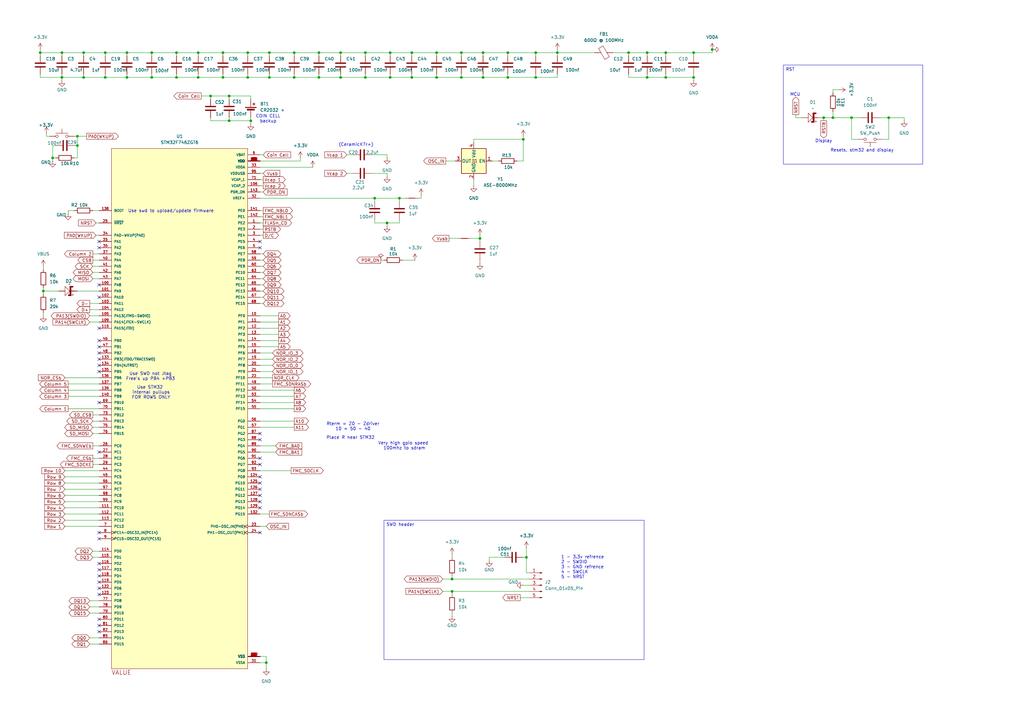
<source format=kicad_sch>
(kicad_sch (version 20250114) (generator "eeschema") (generator_version "9.0")
  (paper "A3")
  (text "Use SWD not Jtag\nFree's up PB4 +PB3" (at 61.722 154.432 0) (effects (font (size 1.27 1.27))))
  (text "Use swd to upload/update firmware" (at 70.104 86.614 0) (effects (font (size 1.27 1.27))))
  (text "Display" (at 337.82 57.912 0) (effects (font (size 1.27 1.27))))
  (text "Very high gpio speed \n100mhz to sdram" (at 165.862 182.88 0) (effects (font (size 1.27 1.27))))
  (text "MCU" (at 326.136 38.862 0) (effects (font (size 1.27 1.27))))
  (text "Resets, stm32 and display" (at 353.568 61.722 0) (effects (font (size 1.27 1.27))))
  (text "Rterm = Z0 - Zdriver\n10 = 50 - 40" (at 144.78 175.006 0) (effects (font (size 1.27 1.27))))
  (text "(CeramicX7r+)" (at 146.05 59.436 0) (effects (font (size 1.27 1.27))))
  (text "1 - 3.3v refrence\n2 - SWDIO\n3 - GND refrence\n4 - SWCLK\n5 - NRST" (at 230.124 232.664 0) (effects (font (size 1.27 1.27)) (justify left)))
  (text "Place R near STM32" (at 143.764 179.578 0) (effects (font (size 1.27 1.27))))
  (text "COIN CELL\nbackup" (at 109.982 48.768 0) (effects (font (size 1.27 1.27))))
  (text "Use STM32 \ninternal pullups\nFOR ROWS ONLY\n" (at 61.976 161.036 0) (effects (font (size 1.27 1.27))))
  (text_box "RST" (at 321.31 26.67 0) (size 57.15 40.64) (margins 0.9525 0.9525 0.9525 0.9525) (effects (font (size 1.27 1.27)) (justify left top)))
  (text_box "SWD header" (at 157.48 213.36 0) (size 106.68 57.15) (margins 0.9525 0.9525 0.9525 0.9525) (effects (font (size 1.27 1.27)) (justify left top)))
  (junction (at 149.86 21.59))
  (junction (at 139.7 21.59))
  (junction (at 163.83 81.28))
  (junction (at 139.7 31.75))
  (junction (at 185.42 237.49))
  (junction (at 337.82 48.26))
  (junction (at 168.91 21.59))
  (junction (at 34.29 21.59))
  (junction (at 149.86 31.75))
  (junction (at 81.28 31.75))
  (junction (at 72.39 31.75))
  (junction (at 81.28 21.59))
  (junction (at 120.65 21.59))
  (junction (at 265.43 31.75))
  (junction (at 130.81 21.59))
  (junction (at 16.51 21.59))
  (junction (at 93.98 49.53))
  (junction (at 120.65 31.75))
  (junction (at 219.71 21.59))
  (junction (at 101.6 21.59))
  (junction (at 25.4 21.59))
  (junction (at 214.63 57.15))
  (junction (at 93.98 39.37))
  (junction (at 284.48 31.75))
  (junction (at 349.25 48.26))
  (junction (at 101.6 31.75))
  (junction (at 265.43 21.59))
  (junction (at 34.29 31.75))
  (junction (at 208.28 31.75))
  (junction (at 198.12 31.75))
  (junction (at 109.22 271.78))
  (junction (at 86.36 39.37))
  (junction (at 273.05 31.75))
  (junction (at 160.02 21.59))
  (junction (at 25.4 31.75))
  (junction (at 31.75 55.88))
  (junction (at 72.39 21.59))
  (junction (at 158.75 91.44))
  (junction (at 189.23 21.59))
  (junction (at 215.9 228.6))
  (junction (at 102.87 49.53))
  (junction (at 189.23 31.75))
  (junction (at 198.12 21.59))
  (junction (at 341.63 48.26))
  (junction (at 52.07 31.75))
  (junction (at 52.07 21.59))
  (junction (at 292.1 20.32))
  (junction (at 31.75 59.69))
  (junction (at 168.91 31.75))
  (junction (at 91.44 21.59))
  (junction (at 62.23 31.75))
  (junction (at 185.42 242.57))
  (junction (at 110.49 31.75))
  (junction (at 160.02 31.75))
  (junction (at 208.28 21.59))
  (junction (at 62.23 21.59))
  (junction (at 110.49 21.59))
  (junction (at 273.05 21.59))
  (junction (at 43.18 21.59))
  (junction (at 284.48 21.59))
  (junction (at 219.71 31.75))
  (junction (at 17.78 119.38))
  (junction (at 43.18 31.75))
  (junction (at 364.49 48.26))
  (junction (at 21.59 64.77))
  (junction (at 228.6 21.59))
  (junction (at 179.07 31.75))
  (junction (at 179.07 21.59))
  (junction (at 130.81 31.75))
  (junction (at 196.85 97.79))
  (junction (at 91.44 31.75))
  (junction (at 153.67 81.28))
  (junction (at 257.81 21.59))
  (no_connect (at 40.64 101.6))
  (no_connect (at 40.64 116.84))
  (no_connect (at 40.64 99.06))
  (no_connect (at 40.64 142.24))
  (no_connect (at 106.68 200.66))
  (no_connect (at 40.64 185.42))
  (no_connect (at 106.68 203.2))
  (no_connect (at 40.64 231.14))
  (no_connect (at 40.64 149.86))
  (no_connect (at 40.64 144.78))
  (no_connect (at 106.68 177.8))
  (no_connect (at 106.68 187.96))
  (no_connect (at 106.68 195.58))
  (no_connect (at 106.68 180.34))
  (no_connect (at 40.64 241.3))
  (no_connect (at 40.64 259.08))
  (no_connect (at 40.64 218.44))
  (no_connect (at 106.68 190.5))
  (no_connect (at 40.64 254))
  (no_connect (at 40.64 236.22))
  (no_connect (at 40.64 147.32))
  (no_connect (at 40.64 134.62))
  (no_connect (at 106.68 208.28))
  (no_connect (at 40.64 256.54))
  (no_connect (at 40.64 220.98))
  (no_connect (at 106.68 218.44))
  (no_connect (at 106.68 101.6))
  (no_connect (at 106.68 198.12))
  (no_connect (at 40.64 233.68))
  (no_connect (at 40.64 139.7))
  (no_connect (at 40.64 243.84))
  (no_connect (at 40.64 121.92))
  (no_connect (at 40.64 238.76))
  (no_connect (at 106.68 205.74))
  (no_connect (at 106.68 99.06))
  (no_connect (at 40.64 152.4))
  (no_connect (at 40.64 165.1))
  (wire (pts (xy 22.86 59.69) (xy 21.59 59.69)))
  (wire (pts (xy 139.7 21.59) (xy 149.86 21.59)))
  (wire (pts (xy 149.86 21.59) (xy 149.86 22.86)))
  (wire (pts (xy 36.83 251.46) (xy 40.64 251.46)))
  (wire (pts (xy 109.22 269.24) (xy 109.22 271.78)))
  (wire (pts (xy 179.07 21.59) (xy 189.23 21.59)))
  (wire (pts (xy 214.63 228.6) (xy 215.9 228.6)))
  (wire (pts (xy 130.81 30.48) (xy 130.81 31.75)))
  (wire (pts (xy 326.39 48.26) (xy 328.93 48.26)))
  (wire (pts (xy 341.63 48.26) (xy 349.25 48.26)))
  (wire (pts (xy 106.68 93.98) (xy 107.95 93.98)))
  (wire (pts (xy 158.75 91.44) (xy 158.75 92.71)))
  (wire (pts (xy 62.23 31.75) (xy 72.39 31.75)))
  (wire (pts (xy 16.51 21.59) (xy 16.51 22.86)))
  (wire (pts (xy 17.78 119.38) (xy 17.78 120.65)))
  (wire (pts (xy 142.24 63.5) (xy 144.78 63.5)))
  (wire (pts (xy 265.43 30.48) (xy 265.43 31.75)))
  (wire (pts (xy 91.44 21.59) (xy 101.6 21.59)))
  (wire (pts (xy 106.68 66.04) (xy 123.19 66.04)))
  (wire (pts (xy 17.78 118.11) (xy 17.78 119.38)))
  (wire (pts (xy 34.29 21.59) (xy 43.18 21.59)))
  (wire (pts (xy 106.68 116.84) (xy 107.95 116.84)))
  (wire (pts (xy 25.4 31.75) (xy 25.4 33.02)))
  (wire (pts (xy 181.61 237.49) (xy 185.42 237.49)))
  (wire (pts (xy 273.05 31.75) (xy 273.05 30.48)))
  (wire (pts (xy 72.39 21.59) (xy 81.28 21.59)))
  (wire (pts (xy 189.23 21.59) (xy 198.12 21.59)))
  (wire (pts (xy 106.68 111.76) (xy 107.95 111.76)))
  (wire (pts (xy 91.44 21.59) (xy 91.44 22.86)))
  (wire (pts (xy 25.4 31.75) (xy 34.29 31.75)))
  (wire (pts (xy 337.82 48.26) (xy 337.82 49.53)))
  (wire (pts (xy 106.68 167.64) (xy 120.65 167.64)))
  (wire (pts (xy 102.87 48.26) (xy 102.87 49.53)))
  (wire (pts (xy 106.68 165.1) (xy 120.65 165.1)))
  (wire (pts (xy 101.6 21.59) (xy 101.6 22.86)))
  (wire (pts (xy 179.07 21.59) (xy 179.07 22.86)))
  (wire (pts (xy 81.28 31.75) (xy 91.44 31.75)))
  (wire (pts (xy 106.68 106.68) (xy 107.95 106.68)))
  (wire (pts (xy 38.1 170.18) (xy 40.64 170.18)))
  (wire (pts (xy 185.42 242.57) (xy 185.42 243.84)))
  (wire (pts (xy 106.68 132.08) (xy 114.3 132.08)))
  (wire (pts (xy 189.23 21.59) (xy 189.23 22.86)))
  (wire (pts (xy 185.42 242.57) (xy 217.17 242.57)))
  (wire (pts (xy 257.81 30.48) (xy 257.81 31.75)))
  (wire (pts (xy 106.68 215.9) (xy 109.22 215.9)))
  (wire (pts (xy 273.05 21.59) (xy 284.48 21.59)))
  (wire (pts (xy 16.51 30.48) (xy 16.51 31.75)))
  (wire (pts (xy 142.24 71.12) (xy 144.78 71.12)))
  (wire (pts (xy 139.7 31.75) (xy 149.86 31.75)))
  (wire (pts (xy 38.1 111.76) (xy 40.64 111.76)))
  (wire (pts (xy 31.75 59.69) (xy 31.75 64.77)))
  (wire (pts (xy 26.67 193.04) (xy 40.64 193.04)))
  (wire (pts (xy 273.05 22.86) (xy 273.05 21.59)))
  (wire (pts (xy 106.68 124.46) (xy 107.95 124.46)))
  (wire (pts (xy 153.67 81.28) (xy 153.67 82.55)))
  (wire (pts (xy 228.6 30.48) (xy 228.6 31.75)))
  (wire (pts (xy 364.49 57.15) (xy 364.49 48.26)))
  (wire (pts (xy 149.86 31.75) (xy 160.02 31.75)))
  (wire (pts (xy 200.66 228.6) (xy 207.01 228.6)))
  (wire (pts (xy 106.68 154.94) (xy 111.76 154.94)))
  (wire (pts (xy 156.21 106.68) (xy 157.48 106.68)))
  (wire (pts (xy 198.12 21.59) (xy 198.12 22.86)))
  (wire (pts (xy 16.51 20.32) (xy 16.51 21.59)))
  (wire (pts (xy 153.67 91.44) (xy 158.75 91.44)))
  (wire (pts (xy 106.68 193.04) (xy 119.38 193.04)))
  (wire (pts (xy 194.31 57.15) (xy 214.63 57.15)))
  (wire (pts (xy 38.1 104.14) (xy 40.64 104.14)))
  (wire (pts (xy 101.6 21.59) (xy 110.49 21.59)))
  (wire (pts (xy 163.83 91.44) (xy 158.75 91.44)))
  (wire (pts (xy 38.1 182.88) (xy 40.64 182.88)))
  (wire (pts (xy 196.85 106.68) (xy 196.85 107.95)))
  (wire (pts (xy 38.1 109.22) (xy 40.64 109.22)))
  (wire (pts (xy 168.91 21.59) (xy 168.91 22.86)))
  (wire (pts (xy 17.78 128.27) (xy 17.78 129.54)))
  (wire (pts (xy 160.02 21.59) (xy 160.02 22.86)))
  (wire (pts (xy 19.05 54.61) (xy 19.05 55.88)))
  (wire (pts (xy 38.1 228.6) (xy 40.64 228.6)))
  (wire (pts (xy 81.28 21.59) (xy 81.28 22.86)))
  (wire (pts (xy 208.28 21.59) (xy 208.28 22.86)))
  (wire (pts (xy 26.67 195.58) (xy 40.64 195.58)))
  (wire (pts (xy 38.1 172.72) (xy 40.64 172.72)))
  (wire (pts (xy 158.75 71.12) (xy 152.4 71.12)))
  (wire (pts (xy 106.68 147.32) (xy 111.76 147.32)))
  (wire (pts (xy 26.67 208.28) (xy 40.64 208.28)))
  (wire (pts (xy 52.07 31.75) (xy 62.23 31.75)))
  (wire (pts (xy 189.23 30.48) (xy 189.23 31.75)))
  (wire (pts (xy 106.68 137.16) (xy 114.3 137.16)))
  (wire (pts (xy 106.68 134.62) (xy 114.3 134.62)))
  (wire (pts (xy 106.68 160.02) (xy 120.65 160.02)))
  (wire (pts (xy 110.49 31.75) (xy 120.65 31.75)))
  (wire (pts (xy 120.65 21.59) (xy 120.65 22.86)))
  (wire (pts (xy 344.17 36.83) (xy 341.63 36.83)))
  (wire (pts (xy 26.67 154.94) (xy 40.64 154.94)))
  (wire (pts (xy 43.18 21.59) (xy 43.18 22.86)))
  (wire (pts (xy 17.78 109.22) (xy 17.78 110.49)))
  (wire (pts (xy 158.75 63.5) (xy 152.4 63.5)))
  (wire (pts (xy 40.64 160.02) (xy 27.94 160.02)))
  (wire (pts (xy 194.31 58.42) (xy 194.31 57.15)))
  (wire (pts (xy 86.36 39.37) (xy 86.36 40.64)))
  (wire (pts (xy 40.64 167.64) (xy 27.94 167.64)))
  (wire (pts (xy 62.23 21.59) (xy 72.39 21.59)))
  (wire (pts (xy 130.81 21.59) (xy 139.7 21.59)))
  (wire (pts (xy 172.72 81.28) (xy 172.72 80.01)))
  (wire (pts (xy 26.67 215.9) (xy 40.64 215.9)))
  (wire (pts (xy 106.68 104.14) (xy 107.95 104.14)))
  (wire (pts (xy 213.36 245.11) (xy 217.17 245.11)))
  (wire (pts (xy 81.28 21.59) (xy 91.44 21.59)))
  (wire (pts (xy 43.18 31.75) (xy 52.07 31.75)))
  (wire (pts (xy 185.42 227.33) (xy 185.42 228.6)))
  (wire (pts (xy 62.23 30.48) (xy 62.23 31.75)))
  (wire (pts (xy 106.68 139.7) (xy 114.3 139.7)))
  (wire (pts (xy 214.63 240.03) (xy 217.17 240.03)))
  (wire (pts (xy 106.68 114.3) (xy 107.95 114.3)))
  (wire (pts (xy 120.65 30.48) (xy 120.65 31.75)))
  (wire (pts (xy 27.94 86.36) (xy 30.48 86.36)))
  (wire (pts (xy 185.42 251.46) (xy 185.42 252.73)))
  (wire (pts (xy 257.81 22.86) (xy 257.81 21.59)))
  (wire (pts (xy 106.68 162.56) (xy 120.65 162.56)))
  (wire (pts (xy 36.83 132.08) (xy 40.64 132.08)))
  (wire (pts (xy 194.31 73.66) (xy 194.31 76.2)))
  (wire (pts (xy 106.68 121.92) (xy 107.95 121.92)))
  (wire (pts (xy 25.4 21.59) (xy 34.29 21.59)))
  (wire (pts (xy 168.91 31.75) (xy 179.07 31.75)))
  (wire (pts (xy 179.07 30.48) (xy 179.07 31.75)))
  (wire (pts (xy 106.68 63.5) (xy 107.95 63.5)))
  (wire (pts (xy 36.83 246.38) (xy 40.64 246.38)))
  (wire (pts (xy 181.61 242.57) (xy 185.42 242.57)))
  (wire (pts (xy 106.68 144.78) (xy 111.76 144.78)))
  (wire (pts (xy 158.75 64.77) (xy 158.75 63.5)))
  (wire (pts (xy 265.43 31.75) (xy 273.05 31.75)))
  (wire (pts (xy 106.68 142.24) (xy 114.3 142.24)))
  (wire (pts (xy 106.68 109.22) (xy 107.95 109.22)))
  (wire (pts (xy 149.86 30.48) (xy 149.86 31.75)))
  (wire (pts (xy 26.67 203.2) (xy 40.64 203.2)))
  (wire (pts (xy 284.48 21.59) (xy 292.1 21.59)))
  (wire (pts (xy 106.68 157.48) (xy 111.76 157.48)))
  (wire (pts (xy 52.07 30.48) (xy 52.07 31.75)))
  (wire (pts (xy 120.65 31.75) (xy 130.81 31.75)))
  (wire (pts (xy 72.39 30.48) (xy 72.39 31.75)))
  (wire (pts (xy 212.09 66.04) (xy 214.63 66.04)))
  (wire (pts (xy 219.71 31.75) (xy 208.28 31.75)))
  (wire (pts (xy 106.68 182.88) (xy 113.03 182.88)))
  (wire (pts (xy 40.64 162.56) (xy 27.94 162.56)))
  (wire (pts (xy 101.6 30.48) (xy 101.6 31.75)))
  (wire (pts (xy 185.42 237.49) (xy 217.17 237.49)))
  (wire (pts (xy 36.83 124.46) (xy 40.64 124.46)))
  (wire (pts (xy 62.23 21.59) (xy 62.23 22.86)))
  (wire (pts (xy 21.59 64.77) (xy 22.86 64.77)))
  (wire (pts (xy 106.68 68.58) (xy 128.27 68.58)))
  (wire (pts (xy 27.94 87.63) (xy 27.94 86.36)))
  (wire (pts (xy 265.43 22.86) (xy 265.43 21.59)))
  (wire (pts (xy 243.84 21.59) (xy 228.6 21.59)))
  (wire (pts (xy 284.48 30.48) (xy 284.48 31.75)))
  (wire (pts (xy 31.75 55.88) (xy 31.75 59.69)))
  (wire (pts (xy 16.51 31.75) (xy 25.4 31.75)))
  (wire (pts (xy 40.64 157.48) (xy 27.94 157.48)))
  (wire (pts (xy 86.36 48.26) (xy 86.36 49.53)))
  (wire (pts (xy 43.18 21.59) (xy 52.07 21.59)))
  (wire (pts (xy 17.78 119.38) (xy 24.13 119.38)))
  (wire (pts (xy 284.48 22.86) (xy 284.48 21.59)))
  (wire (pts (xy 34.29 31.75) (xy 43.18 31.75)))
  (wire (pts (xy 153.67 90.17) (xy 153.67 91.44)))
  (wire (pts (xy 219.71 30.48) (xy 219.71 31.75)))
  (wire (pts (xy 341.63 36.83) (xy 341.63 38.1)))
  (wire (pts (xy 106.68 149.86) (xy 111.76 149.86)))
  (wire (pts (xy 160.02 21.59) (xy 168.91 21.59)))
  (wire (pts (xy 139.7 21.59) (xy 139.7 22.86)))
  (wire (pts (xy 106.68 91.44) (xy 107.95 91.44)))
  (wire (pts (xy 38.1 226.06) (xy 40.64 226.06)))
  (wire (pts (xy 182.88 66.04) (xy 186.69 66.04)))
  (wire (pts (xy 72.39 21.59) (xy 72.39 22.86)))
  (wire (pts (xy 208.28 30.48) (xy 208.28 31.75)))
  (wire (pts (xy 106.68 175.26) (xy 120.65 175.26)))
  (wire (pts (xy 106.68 119.38) (xy 107.95 119.38)))
  (wire (pts (xy 106.68 269.24) (xy 109.22 269.24)))
  (wire (pts (xy 26.67 200.66) (xy 40.64 200.66)))
  (wire (pts (xy 106.68 152.4) (xy 111.76 152.4)))
  (wire (pts (xy 36.83 261.62) (xy 40.64 261.62)))
  (wire (pts (xy 179.07 31.75) (xy 189.23 31.75)))
  (wire (pts (xy 219.71 21.59) (xy 219.71 22.86)))
  (wire (pts (xy 25.4 30.48) (xy 25.4 31.75)))
  (wire (pts (xy 106.68 73.66) (xy 107.95 73.66)))
  (wire (pts (xy 106.68 172.72) (xy 120.65 172.72)))
  (wire (pts (xy 21.59 59.69) (xy 21.59 64.77)))
  (wire (pts (xy 168.91 30.48) (xy 168.91 31.75)))
  (wire (pts (xy 163.83 81.28) (xy 163.83 82.55)))
  (wire (pts (xy 106.68 185.42) (xy 113.03 185.42)))
  (wire (pts (xy 43.18 30.48) (xy 43.18 31.75)))
  (wire (pts (xy 123.19 64.77) (xy 123.19 66.04)))
  (wire (pts (xy 364.49 48.26) (xy 360.68 48.26)))
  (wire (pts (xy 349.25 57.15) (xy 349.25 48.26)))
  (wire (pts (xy 336.55 48.26) (xy 337.82 48.26)))
  (wire (pts (xy 160.02 31.75) (xy 168.91 31.75)))
  (wire (pts (xy 31.75 119.38) (xy 40.64 119.38)))
  (wire (pts (xy 31.75 64.77) (xy 30.48 64.77)))
  (wire (pts (xy 168.91 21.59) (xy 179.07 21.59)))
  (wire (pts (xy 163.83 90.17) (xy 163.83 91.44)))
  (wire (pts (xy 52.07 21.59) (xy 62.23 21.59)))
  (wire (pts (xy 198.12 31.75) (xy 208.28 31.75)))
  (wire (pts (xy 106.68 96.52) (xy 107.95 96.52)))
  (wire (pts (xy 337.82 48.26) (xy 341.63 48.26)))
  (wire (pts (xy 351.79 57.15) (xy 349.25 57.15)))
  (wire (pts (xy 110.49 30.48) (xy 110.49 31.75)))
  (wire (pts (xy 34.29 30.48) (xy 34.29 31.75)))
  (wire (pts (xy 106.68 86.36) (xy 107.95 86.36)))
  (wire (pts (xy 149.86 21.59) (xy 160.02 21.59)))
  (wire (pts (xy 16.51 21.59) (xy 25.4 21.59)))
  (wire (pts (xy 130.81 31.75) (xy 139.7 31.75)))
  (wire (pts (xy 110.49 21.59) (xy 120.65 21.59)))
  (wire (pts (xy 196.85 96.52) (xy 196.85 97.79)))
  (wire (pts (xy 106.68 81.28) (xy 153.67 81.28)))
  (wire (pts (xy 26.67 213.36) (xy 40.64 213.36)))
  (wire (pts (xy 26.67 205.74) (xy 40.64 205.74)))
  (wire (pts (xy 214.63 57.15) (xy 214.63 55.88)))
  (wire (pts (xy 326.39 46.99) (xy 326.39 48.26)))
  (wire (pts (xy 228.6 31.75) (xy 219.71 31.75)))
  (wire (pts (xy 25.4 22.86) (xy 25.4 21.59)))
  (wire (pts (xy 201.93 66.04) (xy 204.47 66.04)))
  (wire (pts (xy 185.42 236.22) (xy 185.42 237.49)))
  (wire (pts (xy 38.1 175.26) (xy 40.64 175.26)))
  (wire (pts (xy 196.85 97.79) (xy 196.85 99.06)))
  (wire (pts (xy 36.83 129.54) (xy 40.64 129.54)))
  (wire (pts (xy 341.63 45.72) (xy 341.63 48.26)))
  (wire (pts (xy 170.18 106.68) (xy 165.1 106.68)))
  (wire (pts (xy 109.22 271.78) (xy 106.68 271.78)))
  (wire (pts (xy 38.1 177.8) (xy 40.64 177.8)))
  (wire (pts (xy 93.98 49.53) (xy 102.87 49.53)))
  (wire (pts (xy 86.36 39.37) (xy 82.55 39.37)))
  (wire (pts (xy 81.28 30.48) (xy 81.28 31.75)))
  (wire (pts (xy 30.48 59.69) (xy 31.75 59.69)))
  (wire (pts (xy 38.1 187.96) (xy 40.64 187.96)))
  (wire (pts (xy 189.23 31.75) (xy 198.12 31.75)))
  (wire (pts (xy 200.66 229.87) (xy 200.66 228.6)))
  (wire (pts (xy 228.6 21.59) (xy 228.6 22.86)))
  (wire (pts (xy 91.44 30.48) (xy 91.44 31.75)))
  (wire (pts (xy 102.87 39.37) (xy 93.98 39.37)))
  (wire (pts (xy 198.12 30.48) (xy 198.12 31.75)))
  (wire (pts (xy 93.98 39.37) (xy 93.98 40.64)))
  (wire (pts (xy 31.75 55.88) (xy 35.56 55.88)))
  (wire (pts (xy 184.15 97.79) (xy 187.96 97.79)))
  (wire (pts (xy 130.81 21.59) (xy 130.81 22.86)))
  (wire (pts (xy 214.63 66.04) (xy 214.63 57.15)))
  (wire (pts (xy 30.48 55.88) (xy 31.75 55.88)))
  (wire (pts (xy 370.84 48.26) (xy 364.49 48.26)))
  (wire (pts (xy 110.49 21.59) (xy 110.49 22.86)))
  (wire (pts (xy 38.1 86.36) (xy 40.64 86.36)))
  (wire (pts (xy 102.87 49.53) (xy 102.87 50.8)))
  (wire (pts (xy 153.67 81.28) (xy 163.83 81.28)))
  (wire (pts (xy 72.39 31.75) (xy 81.28 31.75)))
  (wire (pts (xy 106.68 78.74) (xy 107.95 78.74)))
  (wire (pts (xy 265.43 21.59) (xy 257.81 21.59)))
  (wire (pts (xy 21.59 66.04) (xy 21.59 64.77)))
  (wire (pts (xy 198.12 21.59) (xy 208.28 21.59)))
  (wire (pts (xy 91.44 31.75) (xy 101.6 31.75)))
  (wire (pts (xy 39.37 96.52) (xy 40.64 96.52)))
  (wire (pts (xy 106.68 71.12) (xy 107.95 71.12)))
  (wire (pts (xy 292.1 20.32) (xy 292.1 21.59)))
  (wire (pts (xy 158.75 72.39) (xy 158.75 71.12)))
  (wire (pts (xy 370.84 49.53) (xy 370.84 48.26)))
  (wire (pts (xy 349.25 48.26) (xy 353.06 48.26)))
  (wire (pts (xy 26.67 210.82) (xy 40.64 210.82)))
  (wire (pts (xy 38.1 190.5) (xy 40.64 190.5)))
  (wire (pts (xy 251.46 21.59) (xy 257.81 21.59)))
  (wire (pts (xy 265.43 21.59) (xy 273.05 21.59)))
  (wire (pts (xy 34.29 21.59) (xy 34.29 22.86)))
  (wire (pts (xy 361.95 57.15) (xy 364.49 57.15)))
  (wire (pts (xy 102.87 40.64) (xy 102.87 39.37)))
  (wire (pts (xy 106.68 210.82) (xy 110.49 210.82)))
  (wire (pts (xy 215.9 224.79) (xy 215.9 228.6)))
  (wire (pts (xy 19.05 55.88) (xy 20.32 55.88)))
  (wire (pts (xy 36.83 264.16) (xy 40.64 264.16)))
  (wire (pts (xy 215.9 234.95) (xy 217.17 234.95)))
  (wire (pts (xy 109.22 274.32) (xy 109.22 271.78)))
  (wire (pts (xy 257.81 31.75) (xy 265.43 31.75)))
  (wire (pts (xy 39.37 91.44) (xy 40.64 91.44)))
  (wire (pts (xy 26.67 198.12) (xy 40.64 198.12)))
  (wire (pts (xy 106.68 88.9) (xy 107.95 88.9)))
  (wire (pts (xy 215.9 228.6) (xy 215.9 234.95)))
  (wire (pts (xy 38.1 106.68) (xy 40.64 106.68)))
  (wire (pts (xy 219.71 21.59) (xy 228.6 21.59)))
  (wire (pts (xy 193.04 97.79) (xy 196.85 97.79)))
  (wire (pts (xy 36.83 127) (xy 40.64 127)))
  (wire (pts (xy 106.68 129.54) (xy 114.3 129.54)))
  (wire (pts (xy 160.02 30.48) (xy 160.02 31.75)))
  (wire (pts (xy 166.37 81.28) (xy 163.83 81.28)))
  (wire (pts (xy 284.48 31.75) (xy 284.48 33.02)))
  (wire (pts (xy 106.68 76.2) (xy 107.95 76.2)))
  (wire (pts (xy 36.83 248.92) (xy 40.64 248.92)))
  (wire (pts (xy 86.36 49.53) (xy 93.98 49.53)))
  (wire (pts (xy 38.1 114.3) (xy 40.64 114.3)))
  (wire (pts (xy 93.98 39.37) (xy 86.36 39.37)))
  (wire (pts (xy 52.07 21.59) (xy 52.07 22.86)))
  (wire (pts (xy 101.6 31.75) (xy 110.49 31.75)))
  (wire (pts (xy 208.28 21.59) (xy 219.71 21.59)))
  (wire (pts (xy 93.98 48.26) (xy 93.98 49.53)))
  (wire (pts (xy 139.7 30.48) (xy 139.7 31.75)))
  (wire (pts (xy 171.45 81.28) (xy 172.72 81.28)))
  (wire (pts (xy 284.48 31.75) (xy 273.05 31.75)))
  (wire (pts (xy 120.65 21.59) (xy 130.81 21.59)))
  (wire (pts (xy 228.6 20.32) (xy 228.6 21.59)))
  (global_label "FLASH_CD" (shape output) (at 107.95 91.44 0) (property "Intersheetrefs" "${INTERSHEET_REFS}" (effects (hide yes))))
  (global_label "OSC_IN" (shape output) (at 182.88 66.04 180) (property "Intersheetrefs" "${INTERSHEET_REFS}" (effects (hide yes))))
  (global_label "PA0(WKUP)" (shape input) (at 39.37 96.52 180) (property "Intersheetrefs" "${INTERSHEET_REFS}" (effects (hide yes))))
  (global_label "A7" (shape output) (at 120.65 162.56 0) (property "Intersheetrefs" "${INTERSHEET_REFS}" (effects (hide yes))))
  (global_label "DQ7" (shape bidirectional) (at 107.95 111.76 0) (property "Intersheetrefs" "${INTERSHEET_REFS}" (effects (hide yes))))
  (global_label "DQ1" (shape bidirectional) (at 36.83 264.16 180) (property "Intersheetrefs" "${INTERSHEET_REFS}" (effects (hide yes))))
  (global_label "Column 4" (shape output) (at 27.94 160.02 180) (property "Intersheetrefs" "${INTERSHEET_REFS}" (effects (hide yes))))
  (global_label "DQ12" (shape bidirectional) (at 107.95 124.46 0) (property "Intersheetrefs" "${INTERSHEET_REFS}" (effects (hide yes))))
  (global_label "RSTB" (shape output) (at 337.82 49.53 270) (property "Intersheetrefs" "${INTERSHEET_REFS}" (effects (hide yes))))
  (global_label "Row 1" (shape input) (at 26.67 215.9 180) (property "Intersheetrefs" "${INTERSHEET_REFS}" (effects (hide yes))))
  (global_label "NOR_CSb" (shape input) (at 26.67 154.94 180) (property "Intersheetrefs" "${INTERSHEET_REFS}" (effects (hide yes))))
  (global_label "FMC_SDNWEb" (shape output) (at 38.1 182.88 180) (property "Intersheetrefs" "${INTERSHEET_REFS}" (effects (hide yes))))
  (global_label "NOR_IO_3" (shape bidirectional) (at 111.76 144.78 0) (property "Intersheetrefs" "${INTERSHEET_REFS}" (effects (hide yes))))
  (global_label "DQ14" (shape bidirectional) (at 36.83 248.92 180) (property "Intersheetrefs" "${INTERSHEET_REFS}" (effects (hide yes))))
  (global_label "NOR_IO_0" (shape bidirectional) (at 111.76 149.86 0) (property "Intersheetrefs" "${INTERSHEET_REFS}" (effects (hide yes))))
  (global_label "PDR_ON" (shape output) (at 156.21 106.68 180) (property "Intersheetrefs" "${INTERSHEET_REFS}" (effects (hide yes))))
  (global_label "Vcap 2" (shape input) (at 142.24 71.12 180) (property "Intersheetrefs" "${INTERSHEET_REFS}" (effects (hide yes))))
  (global_label "Vusb" (shape output) (at 184.15 97.79 180) (property "Intersheetrefs" "${INTERSHEET_REFS}" (effects (hide yes))))
  (global_label "A11" (shape output) (at 120.65 175.26 0) (property "Intersheetrefs" "${INTERSHEET_REFS}" (effects (hide yes))))
  (global_label "SCK" (shape bidirectional) (at 38.1 109.22 180) (property "Intersheetrefs" "${INTERSHEET_REFS}" (effects (hide yes))))
  (global_label "A6" (shape output) (at 120.65 160.02 0) (property "Intersheetrefs" "${INTERSHEET_REFS}" (effects (hide yes))))
  (global_label "Row 9" (shape input) (at 26.67 195.58 180) (property "Intersheetrefs" "${INTERSHEET_REFS}" (effects (hide yes))))
  (global_label "A1" (shape output) (at 114.3 132.08 0) (property "Intersheetrefs" "${INTERSHEET_REFS}" (effects (hide yes))))
  (global_label "A9" (shape output) (at 120.65 167.64 0) (property "Intersheetrefs" "${INTERSHEET_REFS}" (effects (hide yes))))
  (global_label "SD_MOSI" (shape bidirectional) (at 38.1 177.8 180) (property "Intersheetrefs" "${INTERSHEET_REFS}" (effects (hide yes))))
  (global_label "SD_SCK" (shape bidirectional) (at 38.1 172.72 180) (property "Intersheetrefs" "${INTERSHEET_REFS}" (effects (hide yes))))
  (global_label "D-" (shape output) (at 36.83 124.46 180) (property "Intersheetrefs" "${INTERSHEET_REFS}" (effects (hide yes))))
  (global_label "DQ2" (shape bidirectional) (at 38.1 226.06 180) (property "Intersheetrefs" "${INTERSHEET_REFS}" (effects (hide yes))))
  (global_label "Row 8" (shape input) (at 26.67 198.12 180) (property "Intersheetrefs" "${INTERSHEET_REFS}" (effects (hide yes))))
  (global_label "RSTB" (shape output) (at 107.95 93.98 0) (property "Intersheetrefs" "${INTERSHEET_REFS}" (effects (hide yes))))
  (global_label "FMC_CSb" (shape output) (at 38.1 187.96 180) (property "Intersheetrefs" "${INTERSHEET_REFS}" (effects (hide yes))))
  (global_label "Coin Cell" (shape output) (at 82.55 39.37 180) (property "Intersheetrefs" "${INTERSHEET_REFS}" (effects (hide yes))))
  (global_label "DQ6" (shape bidirectional) (at 107.95 109.22 0) (property "Intersheetrefs" "${INTERSHEET_REFS}" (effects (hide yes))))
  (global_label "A4" (shape output) (at 114.3 139.7 0) (property "Intersheetrefs" "${INTERSHEET_REFS}" (effects (hide yes))))
  (global_label "MISO" (shape bidirectional) (at 38.1 111.76 180) (property "Intersheetrefs" "${INTERSHEET_REFS}" (effects (hide yes))))
  (global_label "D{slash}C" (shape output) (at 107.95 96.52 0) (property "Intersheetrefs" "${INTERSHEET_REFS}" (effects (hide yes))))
  (global_label "PDR_ON" (shape input) (at 107.95 78.74 0) (property "Intersheetrefs" "${INTERSHEET_REFS}" (effects (hide yes))))
  (global_label "FMC_NBL0" (shape output) (at 107.95 86.36 0) (property "Intersheetrefs" "${INTERSHEET_REFS}" (effects (hide yes))))
  (global_label "A8" (shape output) (at 120.65 165.1 0) (property "Intersheetrefs" "${INTERSHEET_REFS}" (effects (hide yes))))
  (global_label "DQ11" (shape bidirectional) (at 107.95 121.92 0) (property "Intersheetrefs" "${INTERSHEET_REFS}" (effects (hide yes))))
  (global_label "A2" (shape output) (at 114.3 134.62 0) (property "Intersheetrefs" "${INTERSHEET_REFS}" (effects (hide yes))))
  (global_label "Column 5" (shape output) (at 27.94 157.48 180) (property "Intersheetrefs" "${INTERSHEET_REFS}" (effects (hide yes))))
  (global_label "Column 2" (shape output) (at 38.1 104.14 180) (property "Intersheetrefs" "${INTERSHEET_REFS}" (effects (hide yes))))
  (global_label "DQ4" (shape bidirectional) (at 107.95 104.14 0) (property "Intersheetrefs" "${INTERSHEET_REFS}" (effects (hide yes))))
  (global_label "D+" (shape output) (at 36.83 127 180) (property "Intersheetrefs" "${INTERSHEET_REFS}" (effects (hide yes))))
  (global_label "Vcap 2" (shape output) (at 107.95 76.2 0) (property "Intersheetrefs" "${INTERSHEET_REFS}" (effects (hide yes))))
  (global_label "SD_MISO" (shape bidirectional) (at 38.1 175.26 180) (property "Intersheetrefs" "${INTERSHEET_REFS}" (effects (hide yes))))
  (global_label "MOSI" (shape bidirectional) (at 38.1 114.3 180) (property "Intersheetrefs" "${INTERSHEET_REFS}" (effects (hide yes))))
  (global_label "DQ9" (shape bidirectional) (at 107.95 116.84 0) (property "Intersheetrefs" "${INTERSHEET_REFS}" (effects (hide yes))))
  (global_label "DQ15" (shape bidirectional) (at 36.83 251.46 180) (property "Intersheetrefs" "${INTERSHEET_REFS}" (effects (hide yes))))
  (global_label "A0" (shape output) (at 114.3 129.54 0) (property "Intersheetrefs" "${INTERSHEET_REFS}" (effects (hide yes))))
  (global_label "NOR_IO_1" (shape bidirectional) (at 111.76 152.4 0) (property "Intersheetrefs" "${INTERSHEET_REFS}" (effects (hide yes))))
  (global_label "Row 6" (shape input) (at 26.67 203.2 180) (property "Intersheetrefs" "${INTERSHEET_REFS}" (effects (hide yes))))
  (global_label "Column 3" (shape output) (at 27.94 162.56 180) (property "Intersheetrefs" "${INTERSHEET_REFS}" (effects (hide yes))))
  (global_label "DQ13" (shape bidirectional) (at 36.83 246.38 180) (property "Intersheetrefs" "${INTERSHEET_REFS}" (effects (hide yes))))
  (global_label "FMC_BA0" (shape input) (at 113.03 182.88 0) (property "Intersheetrefs" "${INTERSHEET_REFS}" (effects (hide yes))))
  (global_label "NOR_CLK" (shape output) (at 111.76 154.94 0) (property "Intersheetrefs" "${INTERSHEET_REFS}" (effects (hide yes))))
  (global_label "DQ8" (shape bidirectional) (at 107.95 114.3 0) (property "Intersheetrefs" "${INTERSHEET_REFS}" (effects (hide yes))))
  (global_label "Row 10" (shape input) (at 26.67 193.04 180) (property "Intersheetrefs" "${INTERSHEET_REFS}" (effects (hide yes))))
  (global_label "SD_CSB" (shape output) (at 38.1 170.18 180) (property "Intersheetrefs" "${INTERSHEET_REFS}" (effects (hide yes))))
  (global_label "Column 1" (shape output) (at 27.94 167.64 180) (property "Intersheetrefs" "${INTERSHEET_REFS}" (effects (hide yes))))
  (global_label "Vcap 1" (shape input) (at 142.24 63.5 180) (property "Intersheetrefs" "${INTERSHEET_REFS}" (effects (hide yes))))
  (global_label "FMC_SDCKE" (shape output) (at 38.1 190.5 180) (property "Intersheetrefs" "${INTERSHEET_REFS}" (effects (hide yes))))
  (global_label "FMC_SDNCASb" (shape output) (at 110.49 210.82 0) (property "Intersheetrefs" "${INTERSHEET_REFS}" (effects (hide yes))))
  (global_label "DQ0" (shape bidirectional) (at 36.83 261.62 180) (property "Intersheetrefs" "${INTERSHEET_REFS}" (effects (hide yes))))
  (global_label "NRST" (shape input) (at 39.37 91.44 180) (property "Intersheetrefs" "${INTERSHEET_REFS}" (effects (hide yes))))
  (global_label "Coin Cell" (shape input) (at 107.95 63.5 0) (property "Intersheetrefs" "${INTERSHEET_REFS}" (effects (hide yes))))
  (global_label "PA14(SWCLK)" (shape input) (at 181.61 242.57 180) (property "Intersheetrefs" "${INTERSHEET_REFS}" (effects (hide yes))))
  (global_label "PA0(WKUP)" (shape output) (at 35.56 55.88 0) (property "Intersheetrefs" "${INTERSHEET_REFS}" (effects (hide yes))))
  (global_label "Vusb" (shape input) (at 107.95 71.12 0) (property "Intersheetrefs" "${INTERSHEET_REFS}" (effects (hide yes))))
  (global_label "FMC_SDCLK" (shape output) (at 119.38 193.04 0) (property "Intersheetrefs" "${INTERSHEET_REFS}" (effects (hide yes))))
  (global_label "A3" (shape output) (at 114.3 137.16 0) (property "Intersheetrefs" "${INTERSHEET_REFS}" (effects (hide yes))))
  (global_label "Row 3" (shape input) (at 26.67 210.82 180) (property "Intersheetrefs" "${INTERSHEET_REFS}" (effects (hide yes))))
  (global_label "PA13(SWDIO)" (shape bidirectional) (at 181.61 237.49 180) (property "Intersheetrefs" "${INTERSHEET_REFS}" (effects (hide yes))))
  (global_label "DQ5" (shape bidirectional) (at 107.95 106.68 0) (property "Intersheetrefs" "${INTERSHEET_REFS}" (effects (hide yes))))
  (global_label "Row 4" (shape input) (at 26.67 208.28 180) (property "Intersheetrefs" "${INTERSHEET_REFS}" (effects (hide yes))))
  (global_label "DQ3" (shape bidirectional) (at 38.1 228.6 180) (property "Intersheetrefs" "${INTERSHEET_REFS}" (effects (hide yes))))
  (global_label "NOR_IO_2" (shape bidirectional) (at 111.76 147.32 0) (property "Intersheetrefs" "${INTERSHEET_REFS}" (effects (hide yes))))
  (global_label "Row 5" (shape input) (at 26.67 205.74 180) (property "Intersheetrefs" "${INTERSHEET_REFS}" (effects (hide yes))))
  (global_label "CSB" (shape output) (at 38.1 106.68 180) (property "Intersheetrefs" "${INTERSHEET_REFS}" (effects (hide yes))))
  (global_label "DQ10" (shape bidirectional) (at 107.95 119.38 0) (property "Intersheetrefs" "${INTERSHEET_REFS}" (effects (hide yes))))
  (global_label "Vcap 1" (shape output) (at 107.95 73.66 0) (property "Intersheetrefs" "${INTERSHEET_REFS}" (effects (hide yes))))
  (global_label "Row 7" (shape input) (at 26.67 200.66 180) (property "Intersheetrefs" "${INTERSHEET_REFS}" (effects (hide yes))))
  (global_label "OSC_IN" (shape input) (at 109.22 215.9 0) (property "Intersheetrefs" "${INTERSHEET_REFS}" (effects (hide yes))))
  (global_label "FMC_NBL1" (shape output) (at 107.95 88.9 0) (property "Intersheetrefs" "${INTERSHEET_REFS}" (effects (hide yes))))
  (global_label "PA14(SWCLK)" (shape input) (at 36.83 132.08 180) (property "Intersheetrefs" "${INTERSHEET_REFS}" (effects (hide yes))))
  (global_label "FMC_SDNRASb" (shape output) (at 111.76 157.48 0) (property "Intersheetrefs" "${INTERSHEET_REFS}" (effects (hide yes))))
  (global_label "A5" (shape output) (at 114.3 142.24 0) (property "Intersheetrefs" "${INTERSHEET_REFS}" (effects (hide yes))))
  (global_label "NRST" (shape output) (at 213.36 245.11 180) (property "Intersheetrefs" "${INTERSHEET_REFS}" (effects (hide yes))))
  (global_label "Row 2" (shape input) (at 26.67 213.36 180) (property "Intersheetrefs" "${INTERSHEET_REFS}" (effects (hide yes))))
  (global_label "FMC_BA1" (shape input) (at 113.03 185.42 0) (property "Intersheetrefs" "${INTERSHEET_REFS}" (effects (hide yes))))
  (global_label "PA13(SWDIO)" (shape bidirectional) (at 36.83 129.54 180) (property "Intersheetrefs" "${INTERSHEET_REFS}" (effects (hide yes))))
  (global_label "NRST" (shape output) (at 326.39 46.99 90) (property "Intersheetrefs" "${INTERSHEET_REFS}" (effects (hide yes))))
  (global_label "A10" (shape output) (at 120.65 172.72 0) (property "Intersheetrefs" "${INTERSHEET_REFS}" (effects (hide yes))))
  (symbol (lib_id "Connector:Conn_01x05_Pin") (at 222.25 240.03 0) (mirror y) (unit 1)
    (property "Reference" "J2" (at 223.52 238.7599 0) (effects (justify right)))
    (property "Value" "Conn_01x05_Pin" (at 223.52 241.2999 0) (effects (justify right)))
    (property "Footprint" "Connector_PinHeader_2.54mm:PinHeader_1x05_P2.54mm_Horizontal" (effects (hide yes)))
    (property "Description" "Generic connector, single row, 01x05, script generated" (effects (hide yes)))
  )
  (symbol (lib_id "Device:C") (at 210.82 228.6 90) (unit 1)
    (property "Reference" "C51" (at 209.042 227.33 90) (effects (justify left)))
    (property "Value" "100nf" (at 209.804 225.044 90) (effects (justify left)))
    (property "Footprint" "Capacitor_SMD:C_0402_1005Metric" (effects (hide yes)))
    (property "Description" "Unpolarized capacitor" (effects (hide yes)))
  )
  (symbol (lib_id "power:VDDA") (at 292.1 20.32 0) (unit 1)
    (property "Reference" "#PWR016" (effects (hide yes)))
    (property "Value" "VDDA" (at 292.1 15.24 0))
    (property "Description" "Power symbol creates a global label with name \"VDDA\"" (effects (hide yes)))
  )
  (symbol (lib_id "Device:C") (at 25.4 26.67 0) (unit 1)
    (property "Reference" "C3" (at 27.686 24.13 0) (effects (justify left)))
    (property "Value" "4.7uf" (at 28.702 28.702 0) (effects (justify left)))
    (property "Footprint" "Capacitor_SMD:C_0603_1608Metric" (effects (hide yes)))
    (property "Description" "Unpolarized capacitor" (effects (hide yes)))
  )
  (symbol (lib_id "power:GND") (at 109.22 274.32 0) (mirror y) (unit 1)
    (property "Reference" "#PWR023" (effects (hide yes)))
    (property "Value" "GND" (at 109.22 279.4 0))
    (property "Description" "Power symbol creates a global label with name \"GND\" , ground" (effects (hide yes)))
  )
  (symbol (lib_id "power:+5V") (at 172.72 80.01 0) (unit 1)
    (property "Reference" "#PWR024" (effects (hide yes)))
    (property "Value" "+3.3V" (at 172.72 74.93 0))
    (property "Description" "Power symbol creates a global label with name \"+5V\"" (effects (hide yes)))
  )
  (symbol (lib_id "power:+5V") (at 344.17 36.83 270) (unit 1)
    (property "Reference" "#PWR02" (effects (hide yes)))
    (property "Value" "+3.3V" (at 349.25 36.83 0))
    (property "Description" "Power symbol creates a global label with name \"+5V\"" (effects (hide yes)))
  )
  (symbol (lib_id "power:+5V") (at 16.51 20.32 0) (unit 1)
    (property "Reference" "#PWR01" (effects (hide yes)))
    (property "Value" "+3.3V" (at 16.51 15.24 0))
    (property "Description" "Power symbol creates a global label with name \"+5V\"" (effects (hide yes)))
  )
  (symbol (lib_id "Device:R") (at 34.29 86.36 90) (unit 1)
    (property "Reference" "R2" (at 30.48 84.074 90))
    (property "Value" "10k" (at 34.29 84.074 90))
    (property "Footprint" "Resistor_SMD:R_0402_1005Metric" (effects (hide yes)))
    (property "Description" "Resistor" (effects (hide yes)))
  )
  (symbol (lib_id "power:+5V") (at 19.05 54.61 0) (unit 1)
    (property "Reference" "#PWR045" (effects (hide yes)))
    (property "Value" "+3.3V" (at 18.796 51.308 0))
    (property "Description" "Power symbol creates a global label with name \"+5V\"" (effects (hide yes)))
  )
  (symbol (lib_id "Device:C") (at 208.28 26.67 0) (unit 1)
    (property "Reference" "C48" (at 210.566 24.13 0) (effects (justify left)))
    (property "Value" "100nf" (at 210.058 29.21 0) (effects (justify left)))
    (property "Footprint" "Capacitor_SMD:C_0402_1005Metric" (effects (hide yes)))
    (property "Description" "Unpolarized capacitor" (effects (hide yes)))
  )
  (symbol (lib_id "PCM_Nuova-Elettronica-Diodes:Schottky") (at 332.74 48.26 180) (unit 1)
    (property "Reference" "D1" (at 333.375 41.91 0))
    (property "Value" "~" (at 333.375 44.45 0))
    (property "Footprint" "LED_SMD:LED_0603_1608Metric" (effects (hide yes)))
  )
  (symbol (lib_id "Device:Battery_Cell") (at 102.87 45.72 0) (unit 1)
    (property "Reference" "BT1" (at 106.68 42.6084 0) (effects (justify left)))
    (property "Value" "CR2032 +" (at 106.68 45.1484 0) (effects (justify left)))
    (property "Footprint" "Battery:BatteryHolder_Keystone_1058_1x2032" (effects (hide yes)))
    (property "Description" "CR2032 +" (effects (hide yes)))
  )
  (symbol (lib_id "power:GND") (at 185.42 252.73 0) (mirror y) (unit 1)
    (property "Reference" "#PWR076" (effects (hide yes)))
    (property "Value" "GND" (at 185.42 256.54 0))
    (property "Description" "Power symbol creates a global label with name \"GND\" , ground" (effects (hide yes)))
  )
  (symbol (lib_id "Device:R") (at 185.42 232.41 0) (unit 1)
    (property "Reference" "R4" (at 187.96 231.1399 0) (effects (justify left)))
    (property "Value" "10k" (at 187.96 233.6799 0) (effects (justify left)))
    (property "Footprint" "Resistor_SMD:R_0402_1005Metric" (effects (hide yes)))
    (property "Description" "Resistor" (effects (hide yes)))
  )
  (symbol (lib_id "Device:C") (at 139.7 26.67 0) (unit 1)
    (property "Reference" "C41" (at 141.986 24.13 0) (effects (justify left)))
    (property "Value" "100nf" (at 143.002 28.702 0) (effects (justify left)))
    (property "Footprint" "Capacitor_SMD:C_0402_1005Metric" (effects (hide yes)))
    (property "Description" "Unpolarized capacitor" (effects (hide yes)))
  )
  (symbol (lib_id "Device:C") (at 110.49 26.67 0) (unit 1)
    (property "Reference" "C38" (at 112.776 24.13 0) (effects (justify left)))
    (property "Value" "100nf" (at 113.792 28.702 0) (effects (justify left)))
    (property "Footprint" "Capacitor_SMD:C_0402_1005Metric" (effects (hide yes)))
    (property "Description" "Unpolarized capacitor" (effects (hide yes)))
  )
  (symbol (lib_id "Device:C") (at 198.12 26.67 0) (unit 1)
    (property "Reference" "C47" (at 200.406 24.13 0) (effects (justify left)))
    (property "Value" "100nf" (at 201.422 28.702 0) (effects (justify left)))
    (property "Footprint" "Capacitor_SMD:C_0402_1005Metric" (effects (hide yes)))
    (property "Description" "Unpolarized capacitor" (effects (hide yes)))
  )
  (symbol (lib_id "Switch:SW_Push") (at 356.87 57.15 180) (unit 1)
    (property "Reference" "SW2" (at 356.87 52.07 0))
    (property "Value" "SW_Push" (at 356.87 54.61 0))
    (property "Footprint" "Button_Switch_SMD:SW_SPST_TL3342" (effects (hide yes)))
    (property "Description" "Push button switch, generic, two pins" (effects (hide yes)))
  )
  (symbol (lib_id "power:+5V") (at 185.42 227.33 0) (unit 1)
    (property "Reference" "#PWR077" (effects (hide yes)))
    (property "Value" "+3.3V" (at 185.42 222.25 0))
    (property "Description" "Power symbol creates a global label with name \"+5V\"" (effects (hide yes)))
  )
  (symbol (lib_id "Device:FerriteBead") (at 247.65 21.59 270) (mirror x) (unit 1)
    (property "Reference" "FB1" (at 247.7008 13.97 90))
    (property "Value" "600Ω @ 100 MHz" (at 247.7008 16.51 90))
    (property "Footprint" "Inductor_SMD:L_0603_1608Metric" (effects (hide yes)))
    (property "Description" "Ferrite bead" (effects (hide yes)))
  )
  (symbol (lib_id "Device:C") (at 72.39 26.67 0) (unit 1)
    (property "Reference" "C16" (at 74.676 24.13 0) (effects (justify left)))
    (property "Value" "100nf" (at 75.692 28.702 0) (effects (justify left)))
    (property "Footprint" "Capacitor_SMD:C_0402_1005Metric" (effects (hide yes)))
    (property "Description" "Unpolarized capacitor" (effects (hide yes)))
  )
  (symbol (lib_id "PCM_Nuova-Elettronica-Diodes:Schottky") (at 27.94 119.38 180) (unit 1)
    (property "Reference" "D2" (at 28.194 115.316 0))
    (property "Value" "~" (at 28.448 116.586 0))
    (property "Footprint" "LED_SMD:LED_0603_1608Metric" (effects (hide yes)))
  )
  (symbol (lib_id "power:GND") (at 158.75 92.71 0) (mirror y) (unit 1)
    (property "Reference" "#PWR025" (effects (hide yes)))
    (property "Value" "GND" (at 158.75 97.79 0))
    (property "Description" "Power symbol creates a global label with name \"GND\" , ground" (effects (hide yes)))
  )
  (symbol (lib_id "Device:C") (at 257.81 26.67 0) (mirror y) (unit 1)
    (property "Reference" "C12" (at 255.524 24.13 0) (effects (justify left)))
    (property "Value" "10uf" (at 254.508 28.702 0) (effects (justify left)))
    (property "Footprint" "Capacitor_SMD:C_0603_1608Metric" (effects (hide yes)))
    (property "Description" "Unpolarized capacitor" (effects (hide yes)))
  )
  (symbol (lib_id "power:VBUS") (at 17.78 109.22 0) (unit 1)
    (property "Reference" "#PWR030" (effects (hide yes)))
    (property "Value" "VBUS" (at 17.78 104.14 0))
    (property "Description" "Power symbol creates a global label with name \"VBUS\"" (effects (hide yes)))
  )
  (symbol (lib_id "Oscillator:ASE-xxxMHz") (at 194.31 66.04 0) (mirror y) (unit 1)
    (property "Reference" "Y1" (at 205.232 73.406 0))
    (property "Value" "ASE-8000MHz" (at 205.232 75.946 0))
    (property "Footprint" "Oscillator:Oscillator_SMD_Abracon_ASE-4Pin_3.2x2.5mm" (effects (hide yes)))
    (property "Datasheet" "http://www.abracon.com/Oscillators/ASV.pdf" (effects (hide yes)))
    (property "Description" "3.3V CMOS SMD Crystal Clock Oscillator, Abracon" (effects (hide yes)))
  )
  (symbol (lib_id "power:GND") (at 25.4 33.02 0) (mirror y) (unit 1)
    (property "Reference" "#PWR029" (effects (hide yes)))
    (property "Value" "GND" (at 25.4 36.83 0))
    (property "Description" "Power symbol creates a global label with name \"GND\" , ground" (effects (hide yes)))
  )
  (symbol (lib_id "Device:C") (at 153.67 86.36 0) (unit 1)
    (property "Reference" "C34" (at 149.352 84.328 0) (effects (justify left)))
    (property "Value" "100nf" (at 147.32 88.9 0) (effects (justify left)))
    (property "Footprint" "Capacitor_SMD:C_0402_1005Metric" (effects (hide yes)))
    (property "Description" "Unpolarized capacitor" (effects (hide yes)))
  )
  (symbol (lib_id "power:GND") (at 194.31 76.2 0) (mirror y) (unit 1)
    (property "Reference" "#PWR028" (effects (hide yes)))
    (property "Value" "GND" (at 194.31 81.28 0))
    (property "Description" "Power symbol creates a global label with name \"GND\" , ground" (effects (hide yes)))
  )
  (symbol (lib_id "power:+5V") (at 196.85 96.52 0) (unit 1)
    (property "Reference" "#PWR061" (effects (hide yes)))
    (property "Value" "+3.3V" (at 196.85 91.44 0))
    (property "Description" "Power symbol creates a global label with name \"+5V\"" (effects (hide yes)))
  )
  (symbol (lib_id "power:GND") (at 370.84 49.53 0) (unit 1)
    (property "Reference" "#PWR09" (effects (hide yes)))
    (property "Value" "GND" (at 370.84 54.61 0))
    (property "Description" "Power symbol creates a global label with name \"GND\" , ground" (effects (hide yes)))
  )
  (symbol (lib_id "Device:C") (at 273.05 26.67 0) (mirror y) (unit 1)
    (property "Reference" "C11" (at 272.034 24.13 0) (effects (justify left)))
    (property "Value" "100nf" (at 271.78 28.702 0) (effects (justify left)))
    (property "Footprint" "Capacitor_SMD:C_0402_1005Metric" (effects (hide yes)))
    (property "Description" "Unpolarized capacitor" (effects (hide yes)))
  )
  (symbol (lib_id "Device:C") (at 148.59 71.12 90) (mirror x) (unit 1)
    (property "Reference" "C21" (at 149.606 74.676 90) (effects (justify left)))
    (property "Value" "2.2uf" (at 149.606 76.962 90) (effects (justify left)))
    (property "Footprint" "Capacitor_SMD:C_0603_1608Metric" (effects (hide yes)))
    (property "Description" "(CeramicX7r+)" (effects (hide yes)))
  )
  (symbol (lib_id "Device:C") (at 219.71 26.67 0) (unit 1)
    (property "Reference" "C50" (effects (hide yes)))
    (property "Value" "100nf" (at 221.488 29.21 0) (effects (justify left)))
    (property "Footprint" "Capacitor_SMD:C_0402_1005Metric" (effects (hide yes)))
    (property "Description" "Unpolarized capacitor" (effects (hide yes)))
  )
  (symbol (lib_id "Device:C") (at 93.98 44.45 0) (unit 1)
    (property "Reference" "C31" (at 95.25 41.656 0) (effects (justify left)))
    (property "Value" "100nf" (at 95.504 46.736 0) (effects (justify left)))
    (property "Footprint" "Capacitor_SMD:C_0402_1005Metric" (effects (hide yes)))
    (property "Description" "Unpolarized capacitor" (effects (hide yes)))
  )
  (symbol (lib_id "Device:C") (at 62.23 26.67 0) (unit 1)
    (property "Reference" "C6" (at 64.516 24.13 0) (effects (justify left)))
    (property "Value" "100nf" (at 63.5 28.956 0) (effects (justify left)))
    (property "Footprint" "Capacitor_SMD:C_0402_1005Metric" (effects (hide yes)))
    (property "Description" "Unpolarized capacitor" (effects (hide yes)))
  )
  (symbol (lib_id "power:GND") (at 158.75 72.39 0) (mirror y) (unit 1)
    (property "Reference" "#PWR021" (effects (hide yes)))
    (property "Value" "GND" (at 158.75 77.47 0))
    (property "Description" "Power symbol creates a global label with name \"GND\" , ground" (effects (hide yes)))
  )
  (symbol (lib_id "Device:C") (at 179.07 26.67 0) (unit 1)
    (property "Reference" "C45" (at 181.356 24.13 0) (effects (justify left)))
    (property "Value" "100nf" (at 182.372 28.702 0) (effects (justify left)))
    (property "Footprint" "Capacitor_SMD:C_0402_1005Metric" (effects (hide yes)))
    (property "Description" "Unpolarized capacitor" (effects (hide yes)))
  )
  (symbol (lib_id "Device:C") (at 26.67 59.69 90) (unit 1)
    (property "Reference" "C29" (at 31.496 58.42 90) (effects (justify left)))
    (property "Value" "100nf" (at 25.146 58.674 90) (effects (justify left)))
    (property "Footprint" "Capacitor_SMD:C_0402_1005Metric" (effects (hide yes)))
    (property "Description" "Unpolarized capacitor" (effects (hide yes)))
  )
  (symbol (lib_id "power:GND") (at 17.78 129.54 0) (mirror y) (unit 1)
    (property "Reference" "#PWR031" (effects (hide yes)))
    (property "Value" "GND" (at 17.78 134.62 0))
    (property "Description" "Power symbol creates a global label with name \"GND\" , ground" (effects (hide yes)))
  )
  (symbol (lib_id "Device:C") (at 196.85 102.87 0) (unit 1)
    (property "Reference" "C27" (at 200.66 101.5999 0) (effects (justify left)))
    (property "Value" "1uf" (at 200.66 104.1399 0) (effects (justify left)))
    (property "Footprint" "Capacitor_SMD:C_0402_1005Metric" (effects (hide yes)))
    (property "Description" "Unpolarized capacitor" (effects (hide yes)))
  )
  (symbol (lib_id "Device:C") (at 160.02 26.67 0) (unit 1)
    (property "Reference" "C43" (at 162.306 24.13 0) (effects (justify left)))
    (property "Value" "100nf" (at 163.322 28.702 0) (effects (justify left)))
    (property "Footprint" "Capacitor_SMD:C_0402_1005Metric" (effects (hide yes)))
    (property "Description" "Unpolarized capacitor" (effects (hide yes)))
  )
  (symbol (lib_id "Device:C") (at 149.86 26.67 0) (unit 1)
    (property "Reference" "C42" (at 152.146 24.13 0) (effects (justify left)))
    (property "Value" "100nf" (at 153.162 28.702 0) (effects (justify left)))
    (property "Footprint" "Capacitor_SMD:C_0402_1005Metric" (effects (hide yes)))
    (property "Description" "Unpolarized capacitor" (effects (hide yes)))
  )
  (symbol (lib_id "power:+5V") (at 228.6 20.32 0) (unit 1)
    (property "Reference" "#PWR08" (effects (hide yes)))
    (property "Value" "+3.3V" (at 228.6 15.24 0))
    (property "Description" "Power symbol creates a global label with name \"+5V\"" (effects (hide yes)))
  )
  (symbol (lib_id "Device:C") (at 189.23 26.67 0) (unit 1)
    (property "Reference" "C46" (at 191.516 24.13 0) (effects (justify left)))
    (property "Value" "100nf" (at 192.532 28.702 0) (effects (justify left)))
    (property "Footprint" "Capacitor_SMD:C_0402_1005Metric" (effects (hide yes)))
    (property "Description" "Unpolarized capacitor" (effects (hide yes)))
  )
  (symbol (lib_id "Device:C") (at 101.6 26.67 0) (unit 1)
    (property "Reference" "C37" (at 103.886 24.13 0) (effects (justify left)))
    (property "Value" "100nf" (at 104.902 28.702 0) (effects (justify left)))
    (property "Footprint" "Capacitor_SMD:C_0402_1005Metric" (effects (hide yes)))
    (property "Description" "Unpolarized capacitor" (effects (hide yes)))
  )
  (symbol (lib_id "power:GND") (at 158.75 64.77 0) (mirror y) (unit 1)
    (property "Reference" "#PWR020" (effects (hide yes)))
    (property "Value" "GND" (at 158.75 69.85 0))
    (property "Description" "Power symbol creates a global label with name \"GND\" , ground" (effects (hide yes)))
  )
  (symbol (lib_id "Device:R") (at 208.28 66.04 90) (unit 1)
    (property "Reference" "R13" (at 207.772 63.754 90))
    (property "Value" "10k" (at 208.534 68.58 90))
    (property "Footprint" "Resistor_SMD:R_0402_1005Metric" (effects (hide yes)))
    (property "Description" "Resistor" (effects (hide yes)))
  )
  (symbol (lib_id "power:GND") (at 27.94 87.63 0) (unit 1)
    (property "Reference" "#PWR026" (effects (hide yes)))
    (property "Value" "GND" (at 25.146 88.138 0))
    (property "Description" "Power symbol creates a global label with name \"GND\" , ground" (effects (hide yes)))
  )
  (symbol (lib_id "Device:C") (at 86.36 44.45 0) (unit 1)
    (property "Reference" "C52" (at 88.138 41.91 0) (effects (justify left)))
    (property "Value" "1uf" (at 88.392 46.736 0) (effects (justify left)))
    (property "Footprint" "Capacitor_SMD:C_0402_1005Metric" (effects (hide yes)))
    (property "Description" "Unpolarized capacitor" (effects (hide yes)))
  )
  (symbol (lib_id "power:+5V") (at 215.9 224.79 0) (unit 1)
    (property "Reference" "#PWR012" (effects (hide yes)))
    (property "Value" "+3.3V" (at 215.9 219.71 0))
    (property "Description" "Power symbol creates a global label with name \"+5V\"" (effects (hide yes)))
  )
  (symbol (lib_id "Device:R") (at 17.78 114.3 0) (unit 1)
    (property "Reference" "R6" (at 20.32 113.0299 0) (effects (justify left)))
    (property "Value" "10k" (at 20.32 115.5699 0) (effects (justify left)))
    (property "Footprint" "Resistor_SMD:R_0402_1005Metric" (effects (hide yes)))
    (property "Description" "Resistor" (effects (hide yes)))
  )
  (symbol (lib_id "Device:C") (at 163.83 86.36 0) (unit 1)
    (property "Reference" "C35" (at 167.64 85.0899 0) (effects (justify left)))
    (property "Value" "1uf" (at 167.64 87.6299 0) (effects (justify left)))
    (property "Footprint" "Capacitor_SMD:C_0402_1005Metric" (effects (hide yes)))
    (property "Description" "Unpolarized capacitor" (effects (hide yes)))
  )
  (symbol (lib_id "Device:C") (at 81.28 26.67 0) (unit 1)
    (property "Reference" "C17" (at 83.566 24.13 0) (effects (justify left)))
    (property "Value" "100nf" (at 84.582 28.702 0) (effects (justify left)))
    (property "Footprint" "Capacitor_SMD:C_0402_1005Metric" (effects (hide yes)))
    (property "Description" "Unpolarized capacitor" (effects (hide yes)))
  )
  (symbol (lib_id "power:VDDA") (at 128.27 68.58 0) (unit 1)
    (property "Reference" "#PWR019" (effects (hide yes)))
    (property "Value" "VDDA" (at 128.27 63.5 0))
    (property "Description" "Power symbol creates a global label with name \"VDDA\"" (effects (hide yes)))
  )
  (symbol (lib_id "Device:C") (at 34.29 26.67 0) (unit 1)
    (property "Reference" "C4" (at 36.576 24.13 0) (effects (justify left)))
    (property "Value" "1uf" (at 37.592 28.702 0) (effects (justify left)))
    (property "Footprint" "Capacitor_SMD:C_0603_1608Metric" (effects (hide yes)))
    (property "Description" "Unpolarized capacitor" (effects (hide yes)))
  )
  (symbol (lib_id "power:GND") (at 196.85 107.95 0) (mirror y) (unit 1)
    (property "Reference" "#PWR049" (effects (hide yes)))
    (property "Value" "GND" (at 196.85 113.03 0))
    (property "Description" "Power symbol creates a global label with name \"GND\" , ground" (effects (hide yes)))
  )
  (symbol (lib_id "power:+5V") (at 123.19 64.77 0) (unit 1)
    (property "Reference" "#PWR011" (effects (hide yes)))
    (property "Value" "+3.3V" (at 123.19 59.69 0))
    (property "Description" "Power symbol creates a global label with name \"+5V\"" (effects (hide yes)))
  )
  (symbol (lib_id "Device:R") (at 341.63 41.91 0) (unit 1)
    (property "Reference" "R11" (at 345.694 41.91 90))
    (property "Value" "10k" (at 343.916 41.91 90))
    (property "Footprint" "Resistor_SMD:R_0402_1005Metric" (effects (hide yes)))
    (property "Description" "Resistor" (effects (hide yes)))
  )
  (symbol (lib_id "Device:C") (at 43.18 26.67 0) (unit 1)
    (property "Reference" "C19" (at 45.466 24.13 0) (effects (justify left)))
    (property "Value" "100nf" (at 46.482 28.702 0) (effects (justify left)))
    (property "Footprint" "Capacitor_SMD:C_0402_1005Metric" (effects (hide yes)))
    (property "Description" "Unpolarized capacitor" (effects (hide yes)))
  )
  (symbol (lib_id "Device:C") (at 130.81 26.67 0) (unit 1)
    (property "Reference" "C40" (at 133.096 24.13 0) (effects (justify left)))
    (property "Value" "100nf" (at 134.112 28.702 0) (effects (justify left)))
    (property "Footprint" "Capacitor_SMD:C_0402_1005Metric" (effects (hide yes)))
    (property "Description" "Unpolarized capacitor" (effects (hide yes)))
  )
  (symbol (lib_id "power:GND") (at 214.63 240.03 270) (mirror x) (unit 1)
    (property "Reference" "#PWR010" (effects (hide yes)))
    (property "Value" "GND" (at 210.566 238.76 90))
    (property "Description" "Power symbol creates a global label with name \"GND\" , ground" (effects (hide yes)))
  )
  (symbol (lib_id "Device:C") (at 284.48 26.67 0) (mirror y) (unit 1)
    (property "Reference" "C10" (at 282.194 24.13 0) (effects (justify left)))
    (property "Value" "100nf" (at 281.178 28.702 0) (effects (justify left)))
    (property "Footprint" "Capacitor_SMD:C_0402_1005Metric" (effects (hide yes)))
    (property "Description" "Unpolarized capacitor" (effects (hide yes)))
  )
  (symbol (lib_id "Device:C") (at 16.51 26.67 0) (unit 1)
    (property "Reference" "C18" (at 18.796 24.13 0) (effects (justify left)))
    (property "Value" "10uf" (at 19.812 28.702 0) (effects (justify left)))
    (property "Footprint" "Capacitor_SMD:C_0603_1608Metric" (effects (hide yes)))
    (property "Description" "Unpolarized capacitor" (effects (hide yes)))
  )
  (symbol (lib_id "Device:NetTie_2") (at 168.91 81.28 0) (unit 1) (in_bom no)
    (property "Reference" "NT2" (effects (hide yes)))
    (property "Value" "NetTie_2" (effects (hide yes)))
    (property "Description" "Net tie, 2 pins" (effects (hide yes)))
  )
  (symbol (lib_id "MCU_ST_STM32WB:STM32F746ZGT6") (at 73.66 167.64 0) (unit 1)
    (property "Reference" "U1" (at 73.66 55.88 0))
    (property "Value" "STM32F746ZGT6" (at 73.66 58.42 0))
    (property "Footprint" "My_symbols:STM32F746ZGT6" (effects (hide yes)))
    (property "E1_MIN" "19.8" (effects (hide yes)))
    (property "B_NOM" "0.22" (effects (hide yes)))
    (property "D1_NOM" "20.0" (effects (hide yes)))
    (property "E1_NOM" "20.0" (effects (hide yes)))
    (property "Check_prices" "https://www.snapeda.com/parts/STM32F746ZGT6/STMicroelectronics/view-part/?ref=eda" (effects (hide yes)))
    (property "B_MAX" "0.27" (effects (hide yes)))
    (property "Description_1" "ARM® Cortex®-M7 STM32F7 Microcontroller IC 32-Bit Single-Core 216MHz 1MB (1M x 8) FLASH 144-LQFP (20x20)" (effects (hide yes)))
    (property "Price" "None" (effects (hide yes)))
    (property "ENOM" "0.5" (effects (hide yes)))
    (property "D_NOM" "22.0" (effects (hide yes)))
    (property "D_MAX" "22.2" (effects (hide yes)))
    (property "L_MAX" "0.75" (effects (hide yes)))
    (property "A_MAX" "1.6" (effects (hide yes)))
    (property "D1_MAX" "20.2" (effects (hide yes)))
    (property "Package" "LQFP-144 STMicroelectronics" (effects (hide yes)))
    (property "D1_MIN" "19.8" (effects (hide yes)))
    (property "E2_NOM" "0.0" (effects (hide yes)))
    (property "STANDARD" "IPC 7351B" (effects (hide yes)))
    (property "PARTREV" "4" (effects (hide yes)))
    (property "SnapEDA_Link" "https://www.snapeda.com/parts/STM32F746ZGT6/STMicroelectronics/view-part/?ref=snap" (effects (hide yes)))
    (property "E_NOM" "22.0" (effects (hide yes)))
    (property "B_MIN" "0.17" (effects (hide yes)))
    (property "D2_NOM" "0.0" (effects (hide yes)))
    (property "L_NOM" "0.6" (effects (hide yes)))
    (property "MANUFACTURER" "ST" (effects (hide yes)))
    (property "MF" "STMicroelectronics" (effects (hide yes)))
    (property "MAXIMUM_PACKAGE_HEIGHT" "1.6mm" (effects (hide yes)))
    (property "A1_MIN" "0.1" (effects (hide yes)))
    (property "E1_MAX" "20.2" (effects (hide yes)))
    (property "PIN_COUNT_E" "36.0" (effects (hide yes)))
    (property "PIN_COUNT_D" "36.0" (effects (hide yes)))
    (property "E_MIN" "21.8" (effects (hide yes)))
    (property "D_MIN" "21.8" (effects (hide yes)))
    (property "MP" "STM32F746ZGT6" (effects (hide yes)))
    (property "L_MIN" "0.45" (effects (hide yes)))
    (property "Availability" "In Stock" (effects (hide yes)))
    (property "E_MAX" "22.2" (effects (hide yes)))
  )
  (symbol (lib_id "power:PWR_FLAG") (at 156.21 106.68 0) (unit 1)
    (property "Reference" "#FLG03" (effects (hide yes)))
    (property "Value" "PWR_FLAG" (effects (hide yes)))
    (property "Description" "Special symbol for telling ERC where power comes from" (effects (hide yes)))
  )
  (symbol (lib_id "Device:C") (at 228.6 26.67 0) (unit 1)
    (property "Reference" "C49" (at 230.886 24.13 0) (effects (justify left)))
    (property "Value" "100nf" (at 231.902 28.702 0) (effects (justify left)))
    (property "Footprint" "Capacitor_SMD:C_0402_1005Metric" (effects (hide yes)))
    (property "Description" "Unpolarized capacitor" (effects (hide yes)))
  )
  (symbol (lib_id "Device:C") (at 168.91 26.67 0) (unit 1)
    (property "Reference" "C44" (at 171.196 24.13 0) (effects (justify left)))
    (property "Value" "100nf" (at 172.212 28.702 0) (effects (justify left)))
    (property "Footprint" "Capacitor_SMD:C_0402_1005Metric" (effects (hide yes)))
    (property "Description" "Unpolarized capacitor" (effects (hide yes)))
  )
  (symbol (lib_id "Device:C") (at 91.44 26.67 0) (unit 1)
    (property "Reference" "C36" (at 93.726 24.13 0) (effects (justify left)))
    (property "Value" "100nf" (at 94.742 28.702 0) (effects (justify left)))
    (property "Footprint" "Capacitor_SMD:C_0402_1005Metric" (effects (hide yes)))
    (property "Description" "Unpolarized capacitor" (effects (hide yes)))
  )
  (symbol (lib_id "power:PWR_FLAG") (at 292.1 20.32 270) (unit 1)
    (property "Reference" "#FLG01" (effects (hide yes)))
    (property "Value" "PWR_FLAG" (effects (hide yes)))
    (property "Description" "Special symbol for telling ERC where power comes from" (effects (hide yes)))
  )
  (symbol (lib_id "power:+5V") (at 214.63 55.88 0) (unit 1)
    (property "Reference" "#PWR027" (effects (hide yes)))
    (property "Value" "+3.3V" (at 214.63 50.8 0))
    (property "Description" "Power symbol creates a global label with name \"+5V\"" (effects (hide yes)))
  )
  (symbol (lib_id "Device:C") (at 148.59 63.5 90) (mirror x) (unit 1)
    (property "Reference" "C20" (at 146.812 62.484 90) (effects (justify left)))
    (property "Value" "2.2uf" (at 155.194 62.484 90) (effects (justify left)))
    (property "Footprint" "Capacitor_SMD:C_0603_1608Metric" (effects (hide yes)))
    (property "Description" "(CeramicX7r+)" (effects (hide yes)))
  )
  (symbol (lib_id "Device:C") (at 265.43 26.67 0) (mirror y) (unit 1)
    (property "Reference" "C13" (at 263.144 24.13 0) (effects (justify left)))
    (property "Value" "1uf" (at 263.398 28.702 0) (effects (justify left)))
    (property "Footprint" "Capacitor_SMD:C_0603_1608Metric" (effects (hide yes)))
    (property "Description" "Unpolarized capacitor" (effects (hide yes)))
  )
  (symbol (lib_id "Device:R") (at 26.67 64.77 270) (unit 1)
    (property "Reference" "R10" (at 30.48 67.056 90))
    (property "Value" "10k" (at 26.67 67.056 90))
    (property "Footprint" "Resistor_SMD:R_0402_1005Metric" (effects (hide yes)))
    (property "Description" "Resistor" (effects (hide yes)))
  )
  (symbol (lib_id "Device:C") (at 52.07 26.67 0) (unit 1)
    (property "Reference" "C5" (at 54.356 24.13 0) (effects (justify left)))
    (property "Value" "100nf" (at 55.372 28.702 0) (effects (justify left)))
    (property "Footprint" "Capacitor_SMD:C_0402_1005Metric" (effects (hide yes)))
    (property "Description" "Unpolarized capacitor" (effects (hide yes)))
  )
  (symbol (lib_id "power:+5V") (at 170.18 106.68 0) (unit 1)
    (property "Reference" "#PWR022" (effects (hide yes)))
    (property "Value" "+3.3V" (at 170.18 101.6 0))
    (property "Description" "Power symbol creates a global label with name \"+5V\"" (effects (hide yes)))
  )
  (symbol (lib_id "Device:NetTie_2") (at 190.5 97.79 0) (unit 1) (in_bom no)
    (property "Reference" "NT4" (effects (hide yes)))
    (property "Value" "NetTie_2" (effects (hide yes)))
    (property "Description" "Net tie, 2 pins" (effects (hide yes)))
  )
  (symbol (lib_id "power:GND") (at 21.59 66.04 0) (unit 1)
    (property "Reference" "#PWR043" (effects (hide yes)))
    (property "Value" "GND" (at 18.796 66.548 0))
    (property "Description" "Power symbol creates a global label with name \"GND\" , ground" (effects (hide yes)))
  )
  (symbol (lib_id "Device:R") (at 17.78 124.46 0) (unit 1)
    (property "Reference" "R7" (at 20.32 123.1899 0) (effects (justify left)))
    (property "Value" "20k" (at 20.32 125.7299 0) (effects (justify left)))
    (property "Footprint" "Resistor_SMD:R_0402_1005Metric" (effects (hide yes)))
    (property "Description" "Resistor" (effects (hide yes)))
  )
  (symbol (lib_id "Device:R") (at 185.42 247.65 0) (unit 1)
    (property "Reference" "R3" (at 187.96 246.3799 0) (effects (justify left)))
    (property "Value" "10k" (at 187.96 248.9199 0) (effects (justify left)))
    (property "Footprint" "Resistor_SMD:R_0402_1005Metric" (effects (hide yes)))
    (property "Description" "Resistor" (effects (hide yes)))
  )
  (symbol (lib_id "power:GND") (at 284.48 33.02 0) (mirror y) (unit 1)
    (property "Reference" "#PWR07" (effects (hide yes)))
    (property "Value" "GND" (at 284.48 38.1 0))
    (property "Description" "Power symbol creates a global label with name \"GND\" , ground" (effects (hide yes)))
  )
  (symbol (lib_id "Switch:SW_Push") (at 25.4 55.88 0) (unit 1)
    (property "Reference" "SW51" (effects (hide yes)))
    (property "Value" "SW_Push" (effects (hide yes)))
    (property "Footprint" "Button_Switch_SMD:SW_SPST_TL3342" (effects (hide yes)))
    (property "Description" "Push button switch, generic, two pins" (effects (hide yes)))
  )
  (symbol (lib_id "Device:C") (at 356.87 48.26 90) (unit 1)
    (property "Reference" "C1" (at 356.87 40.64 90))
    (property "Value" "100nf" (at 356.87 43.18 90))
    (property "Footprint" "Capacitor_SMD:C_0402_1005Metric" (effects (hide yes)))
    (property "Description" "Unpolarized capacitor" (effects (hide yes)))
  )
  (symbol (lib_id "Device:C") (at 120.65 26.67 0) (unit 1)
    (property "Reference" "C39" (at 122.936 24.13 0) (effects (justify left)))
    (property "Value" "100nf" (at 123.952 28.702 0) (effects (justify left)))
    (property "Footprint" "Capacitor_SMD:C_0402_1005Metric" (effects (hide yes)))
    (property "Description" "Unpolarized capacitor" (effects (hide yes)))
  )
  (symbol (lib_id "Device:R") (at 161.29 106.68 90) (unit 1)
    (property "Reference" "R1" (at 161.29 102.108 90))
    (property "Value" "10k" (at 161.29 104.14 90))
    (property "Footprint" "Resistor_SMD:R_0402_1005Metric" (effects (hide yes)))
    (property "Description" "Resistor" (effects (hide yes)))
  )
  (symbol (lib_id "power:GND") (at 200.66 229.87 0) (mirror y) (unit 1)
    (property "Reference" "#PWR075" (effects (hide yes)))
    (property "Value" "GND" (at 200.66 233.68 0))
    (property "Description" "Power symbol creates a global label with name \"GND\" , ground" (effects (hide yes)))
  )
  (symbol (lib_id "power:GND") (at 102.87 50.8 0) (mirror y) (unit 1)
    (property "Reference" "#PWR03" (effects (hide yes)))
    (property "Value" "GND" (at 102.87 55.88 0))
    (property "Description" "Power symbol creates a global label with name \"GND\" , ground" (effects (hide yes)))
  )
)
</source>
